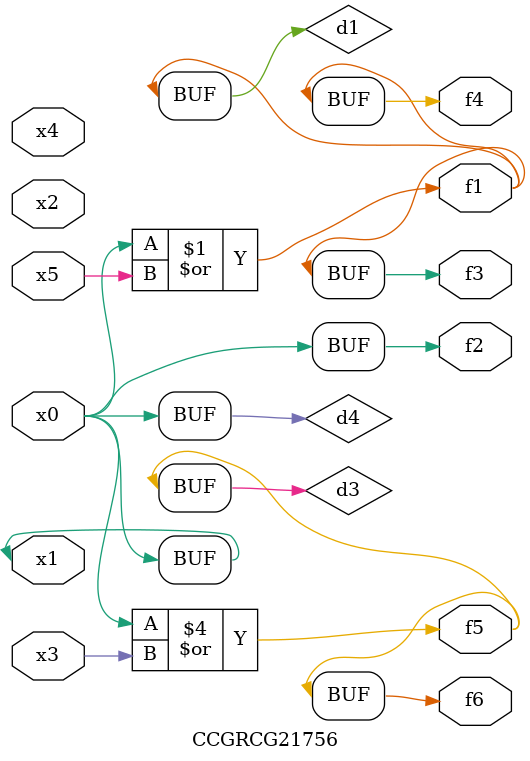
<source format=v>
module CCGRCG21756(
	input x0, x1, x2, x3, x4, x5,
	output f1, f2, f3, f4, f5, f6
);

	wire d1, d2, d3, d4;

	or (d1, x0, x5);
	xnor (d2, x1, x4);
	or (d3, x0, x3);
	buf (d4, x0, x1);
	assign f1 = d1;
	assign f2 = d4;
	assign f3 = d1;
	assign f4 = d1;
	assign f5 = d3;
	assign f6 = d3;
endmodule

</source>
